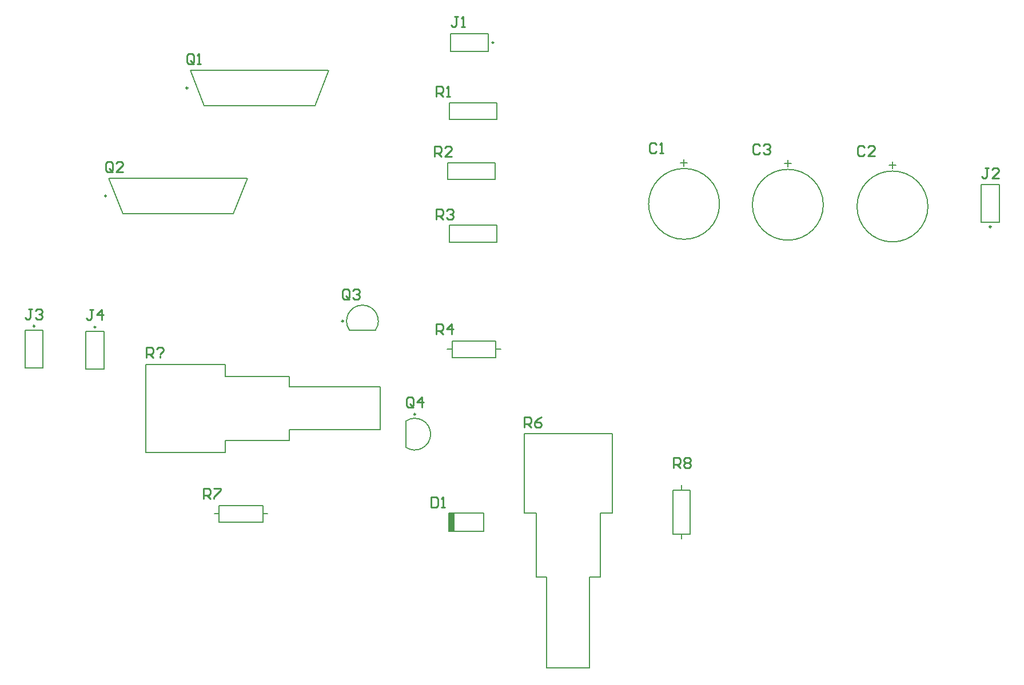
<source format=gto>
G04*
G04 #@! TF.GenerationSoftware,Altium Limited,Altium Designer,23.2.1 (34)*
G04*
G04 Layer_Color=65535*
%FSLAX44Y44*%
%MOMM*%
G71*
G04*
G04 #@! TF.SameCoordinates,1D430AEC-14A7-47DC-8016-A447EEC89EF4*
G04*
G04*
G04 #@! TF.FilePolarity,Positive*
G04*
G01*
G75*
%ADD10C,0.2500*%
%ADD11C,0.2000*%
%ADD12C,0.1500*%
%ADD13C,0.2540*%
%ADD14R,0.9490X2.7173*%
D10*
X979110Y1200150D02*
G03*
X979110Y1200150I-1250J0D01*
G01*
X526100Y1132760D02*
G03*
X526100Y1132760I-1250J0D01*
G01*
X405670Y972740D02*
G03*
X405670Y972740I-1250J0D01*
G01*
X756610Y787400D02*
G03*
X756610Y787400I-1250J0D01*
G01*
X1715750Y927140D02*
G03*
X1715750Y927140I-1250J0D01*
G01*
X389870Y778470D02*
G03*
X389870Y778470I-1250J0D01*
G01*
X299700Y779740D02*
G03*
X299700Y779740I-1250J0D01*
G01*
X863580Y649260D02*
G03*
X863580Y649260I-1250J0D01*
G01*
D11*
X804199Y774048D02*
G03*
X765523Y774045I-19339J13352D01*
G01*
X1467280Y959720D02*
G03*
X1467280Y959720I-52500J0D01*
G01*
X1622220Y957180D02*
G03*
X1622220Y957180I-52500J0D01*
G01*
X1313610Y960990D02*
G03*
X1313610Y960990I-52500J0D01*
G01*
X848979Y600421D02*
G03*
X848975Y639097I13352J19339D01*
G01*
X811410Y626110D02*
Y689610D01*
X676660Y626110D02*
X811410D01*
X676660Y689610D02*
X811410D01*
X676660D02*
Y705485D01*
Y610235D02*
Y626110D01*
X581660Y705485D02*
X676660D01*
X581660Y610235D02*
X676660D01*
X581660Y592360D02*
Y610235D01*
Y705485D02*
Y723360D01*
X464160Y592360D02*
X581660D01*
X464160Y723360D02*
X581660D01*
X464160Y592360D02*
Y723360D01*
X971510Y1186950D02*
Y1213350D01*
X915710D02*
X971510D01*
X915710Y1186950D02*
Y1213350D01*
Y1186950D02*
X971510D01*
X913690Y1086050D02*
Y1111050D01*
Y1086050D02*
X983690D01*
Y1111050D01*
X913690D02*
X983690D01*
X911150Y997150D02*
Y1022150D01*
Y997150D02*
X981150D01*
Y1022150D01*
X911150D02*
X981150D01*
X913690Y904440D02*
Y929440D01*
Y904440D02*
X983690D01*
Y929440D01*
X913690D02*
X983690D01*
X529850Y1158760D02*
X550350Y1106760D01*
X530350Y1158760D02*
X734350D01*
X714350Y1106760D02*
X734850Y1158760D01*
X550350Y1106760D02*
X714350D01*
X409420Y998740D02*
X429920Y946740D01*
X409920Y998740D02*
X613920D01*
X593920Y946740D02*
X614420Y998740D01*
X429920Y946740D02*
X593920D01*
X982460Y745490D02*
X989710D01*
X910210D02*
X917460D01*
Y732990D02*
Y757990D01*
Y732990D02*
X982460D01*
Y757990D01*
X917460D02*
X982460D01*
X765523Y774050D02*
X804197D01*
X1701300Y933490D02*
X1727700D01*
Y989290D01*
X1701300D02*
X1727700D01*
X1701300Y933490D02*
Y989290D01*
X375420Y772120D02*
X401820D01*
X375420Y716320D02*
Y772120D01*
Y716320D02*
X401820D01*
Y772120D01*
X285250Y773390D02*
X311650D01*
X285250Y717590D02*
Y773390D01*
Y717590D02*
X311650D01*
Y773390D01*
X1057910Y273170D02*
X1121410D01*
X1057910D02*
Y407920D01*
X1121410Y273170D02*
Y407920D01*
X1137285D01*
X1042035D02*
X1057910D01*
X1137285D02*
Y502920D01*
X1042035Y407920D02*
Y502920D01*
X1024160D02*
X1042035D01*
X1137285D02*
X1155160D01*
X1024160D02*
Y620420D01*
X1155160Y502920D02*
Y620420D01*
X1024160D02*
X1155160D01*
X848980Y600423D02*
Y639097D01*
X565240Y501650D02*
X572490D01*
X637490D02*
X644740D01*
X637490Y489150D02*
Y514150D01*
X572490D02*
X637490D01*
X572490Y489150D02*
Y514150D01*
Y489150D02*
X637490D01*
X912530Y475350D02*
X964530D01*
Y502550D01*
X912530D02*
X964530D01*
X912530Y475350D02*
Y502550D01*
X1257300Y464440D02*
Y471690D01*
Y536690D02*
Y543940D01*
X1244800Y536690D02*
X1269800D01*
X1244800Y471690D02*
Y536690D01*
Y471690D02*
X1269800D01*
Y536690D01*
D12*
X1414658Y1025760D02*
Y1015763D01*
X1419656Y1020762D02*
X1409659D01*
X1569598Y1023220D02*
Y1013223D01*
X1574596Y1018222D02*
X1564599D01*
X1260988Y1027030D02*
Y1017033D01*
X1265986Y1022032D02*
X1255989D01*
D13*
X464820Y733044D02*
Y748279D01*
X472438D01*
X474977Y745740D01*
Y740661D01*
X472438Y738122D01*
X464820D01*
X469898D02*
X474977Y733044D01*
X480055Y745740D02*
X482594Y748279D01*
X487673D01*
X490212Y745740D01*
Y743201D01*
X485133Y738122D01*
Y735583D02*
Y733044D01*
X1245362Y569976D02*
Y585211D01*
X1252980D01*
X1255519Y582672D01*
Y577593D01*
X1252980Y575054D01*
X1245362D01*
X1250440D02*
X1255519Y569976D01*
X1260597Y582672D02*
X1263136Y585211D01*
X1268215D01*
X1270754Y582672D01*
Y580133D01*
X1268215Y577593D01*
X1270754Y575054D01*
Y572515D01*
X1268215Y569976D01*
X1263136D01*
X1260597Y572515D01*
Y575054D01*
X1263136Y577593D01*
X1260597Y580133D01*
Y582672D01*
X1263136Y577593D02*
X1268215D01*
X549402Y523748D02*
Y538983D01*
X557020D01*
X559559Y536444D01*
Y531366D01*
X557020Y528826D01*
X549402D01*
X554480D02*
X559559Y523748D01*
X564637Y538983D02*
X574794D01*
Y536444D01*
X564637Y526287D01*
Y523748D01*
X1024636Y629920D02*
Y645155D01*
X1032253D01*
X1034793Y642616D01*
Y637537D01*
X1032253Y634998D01*
X1024636D01*
X1029714D02*
X1034793Y629920D01*
X1050028Y645155D02*
X1044949Y642616D01*
X1039871Y637537D01*
Y632459D01*
X1042410Y629920D01*
X1047489D01*
X1050028Y632459D01*
Y634998D01*
X1047489Y637537D01*
X1039871D01*
X894334Y767588D02*
Y782823D01*
X901952D01*
X904491Y780284D01*
Y775206D01*
X901952Y772666D01*
X894334D01*
X899412D02*
X904491Y767588D01*
X917187D02*
Y782823D01*
X909569Y775206D01*
X919726D01*
X894334Y938276D02*
Y953511D01*
X901952D01*
X904491Y950972D01*
Y945893D01*
X901952Y943354D01*
X894334D01*
X899412D02*
X904491Y938276D01*
X909569Y950972D02*
X912108Y953511D01*
X917187D01*
X919726Y950972D01*
Y948433D01*
X917187Y945893D01*
X914647D01*
X917187D01*
X919726Y943354D01*
Y940815D01*
X917187Y938276D01*
X912108D01*
X909569Y940815D01*
X891794Y1030986D02*
Y1046221D01*
X899411D01*
X901951Y1043682D01*
Y1038604D01*
X899411Y1036064D01*
X891794D01*
X896872D02*
X901951Y1030986D01*
X917186D02*
X907029D01*
X917186Y1041143D01*
Y1043682D01*
X914647Y1046221D01*
X909568D01*
X907029Y1043682D01*
X894334Y1119886D02*
Y1135121D01*
X901952D01*
X904491Y1132582D01*
Y1127504D01*
X901952Y1124964D01*
X894334D01*
X899412D02*
X904491Y1119886D01*
X909569D02*
X914647D01*
X912108D01*
Y1135121D01*
X909569Y1132582D01*
X860549Y661923D02*
Y672080D01*
X858009Y674619D01*
X852931D01*
X850392Y672080D01*
Y661923D01*
X852931Y659384D01*
X858009D01*
X855470Y664462D02*
X860549Y659384D01*
X858009D02*
X860549Y661923D01*
X873245Y659384D02*
Y674619D01*
X865627Y667001D01*
X875784D01*
X765553Y822197D02*
Y832354D01*
X763014Y834893D01*
X757935D01*
X755396Y832354D01*
Y822197D01*
X757935Y819658D01*
X763014D01*
X760474Y824736D02*
X765553Y819658D01*
X763014D02*
X765553Y822197D01*
X770631Y832354D02*
X773170Y834893D01*
X778249D01*
X780788Y832354D01*
Y829815D01*
X778249Y827275D01*
X775709D01*
X778249D01*
X780788Y824736D01*
Y822197D01*
X778249Y819658D01*
X773170D01*
X770631Y822197D01*
X414525Y1010919D02*
Y1021076D01*
X411986Y1023615D01*
X406907D01*
X404368Y1021076D01*
Y1010919D01*
X406907Y1008380D01*
X411986D01*
X409446Y1013458D02*
X414525Y1008380D01*
X411986D02*
X414525Y1010919D01*
X429760Y1008380D02*
X419603D01*
X429760Y1018537D01*
Y1021076D01*
X427221Y1023615D01*
X422142D01*
X419603Y1021076D01*
X534921Y1170939D02*
Y1181096D01*
X532382Y1183635D01*
X527303D01*
X524764Y1181096D01*
Y1170939D01*
X527303Y1168400D01*
X532382D01*
X529842Y1173478D02*
X534921Y1168400D01*
X532382D02*
X534921Y1170939D01*
X539999Y1168400D02*
X545077D01*
X542538D01*
Y1183635D01*
X539999Y1181096D01*
X386077Y803905D02*
X380998D01*
X383537D01*
Y791209D01*
X380998Y788670D01*
X378459D01*
X375920Y791209D01*
X398773Y788670D02*
Y803905D01*
X391155Y796288D01*
X401312D01*
X295907Y805175D02*
X290828D01*
X293368D01*
Y792479D01*
X290828Y789940D01*
X288289D01*
X285750Y792479D01*
X300985Y802636D02*
X303524Y805175D01*
X308603D01*
X311142Y802636D01*
Y800097D01*
X308603Y797558D01*
X306063D01*
X308603D01*
X311142Y795018D01*
Y792479D01*
X308603Y789940D01*
X303524D01*
X300985Y792479D01*
X1711957Y1014217D02*
X1706878D01*
X1709418D01*
Y1001521D01*
X1706878Y998982D01*
X1704339D01*
X1701800Y1001521D01*
X1727192Y998982D02*
X1717035D01*
X1727192Y1009139D01*
Y1011678D01*
X1724653Y1014217D01*
X1719574D01*
X1717035Y1011678D01*
X926335Y1238245D02*
X921256D01*
X923795D01*
Y1225549D01*
X921256Y1223010D01*
X918717D01*
X916178Y1225549D01*
X931413Y1223010D02*
X936491D01*
X933952D01*
Y1238245D01*
X931413Y1235706D01*
X886460Y526537D02*
Y511302D01*
X894078D01*
X896617Y513841D01*
Y523998D01*
X894078Y526537D01*
X886460D01*
X901695Y511302D02*
X906773D01*
X904234D01*
Y526537D01*
X901695Y523998D01*
X1373629Y1047492D02*
X1371089Y1050031D01*
X1366011D01*
X1363472Y1047492D01*
Y1037335D01*
X1366011Y1034796D01*
X1371089D01*
X1373629Y1037335D01*
X1378707Y1047492D02*
X1381246Y1050031D01*
X1386325D01*
X1388864Y1047492D01*
Y1044953D01*
X1386325Y1042413D01*
X1383785D01*
X1386325D01*
X1388864Y1039874D01*
Y1037335D01*
X1386325Y1034796D01*
X1381246D01*
X1378707Y1037335D01*
X1528569Y1044952D02*
X1526030Y1047491D01*
X1520951D01*
X1518412Y1044952D01*
Y1034795D01*
X1520951Y1032256D01*
X1526030D01*
X1528569Y1034795D01*
X1543804Y1032256D02*
X1533647D01*
X1543804Y1042413D01*
Y1044952D01*
X1541265Y1047491D01*
X1536186D01*
X1533647Y1044952D01*
X1219959Y1048762D02*
X1217420Y1051301D01*
X1212341D01*
X1209802Y1048762D01*
Y1038605D01*
X1212341Y1036066D01*
X1217420D01*
X1219959Y1038605D01*
X1225037Y1036066D02*
X1230115D01*
X1227576D01*
Y1051301D01*
X1225037Y1048762D01*
D14*
X917275Y488936D02*
D03*
M02*

</source>
